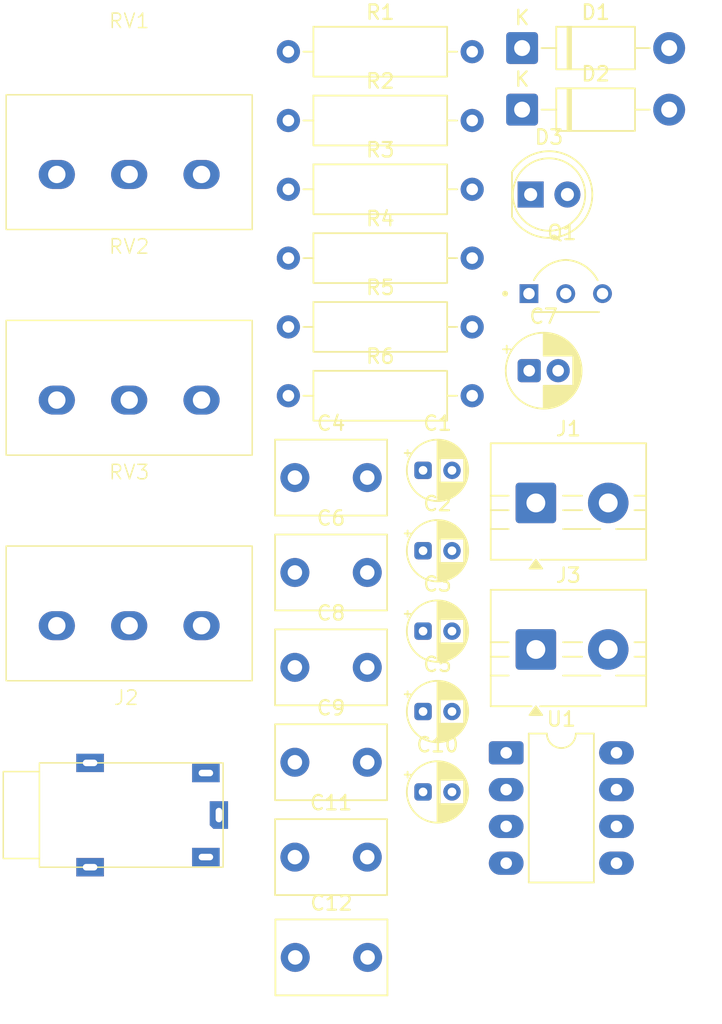
<source format=kicad_pcb>
(kicad_pcb (version 20241229) (generator "pcbnew") (generator_version "9.0")
  (layers (0 "F.Cu" signal) (2 "B.Cu" signal) (13 "F.Paste" user) (15 "B.Paste" user) (5 "F.SilkS" user "F.Silkscreen") (7 "B.SilkS" user "B.Silkscreen") (1 "F.Mask" user) (3 "B.Mask" user) (25 "Edge.Cuts" user))
  (net 0 "")
  (net 1 "Net-(C1-Pad1)")
  (net 2 "Net-(J3-Pin_1)")
  (net 3 "GND")
  (net 4 "+BATT")
  (net 5 "Net-(U1-BYPASS)")
  (net 6 "Net-(C6-Pad1)")
  (net 7 "Net-(D1-A)")
  (net 8 "Net-(C8-Pad2)")
  (net 9 "Net-(U1--)")
  (net 10 "Net-(C10-Pad1)")
  (net 11 "Net-(C10-Pad2)")
  (net 12 "Net-(C11-Pad1)")
  (net 13 "Net-(D3-A)")
  (net 14 "Net-(D3-K)")
  (net 17 "Net-(J2-Pad2)")
  (net 19 "Net-(Q1-Pad2)")
  (net 20 "Net-(R1-Pad1)")
  (net 21 "Net-(R3-Pad1)")
  (net 22 "Net-(R3-Pad2)")
  (footprint "Diode_THT:D_DO-41_SOD81_P10.16mm_Horizontal" (layer "F.Cu") (at 159.3166 65.2772)
    (property "Reference" "D2" (at 5.08 -2.47 0) (layer "F.SilkS"))
    (property "Value" "1N5819")
    (fp_text user "K" (at 0 -2.1 0) (layer "F.SilkS"))
    (pad "1" thru_hole roundrect (at 0 0) (size 2.2 2.2) (drill 1.1) (layers "*.Cu" "*.Mask") (roundrect_rratio 0.113636) (net 7 "Net-(D1-A)"))
    (pad "2" thru_hole circle (at 10.16 0) (size 2.2 2.2) (drill 1.1) (layers "*.Cu" "*.Mask") (net 3 "GND"))
  )
  (footprint "WH148-1A-2:WH148-1A-2" (layer "F.Cu") (at 132.1666 90.8022)
    (property "Reference" "RV3" (at 0 -0.5 0) (layer "F.SilkS") (effects (font (thickness 0.1))))
    (property "Value" "10 K")
    (pad "1" thru_hole oval (at -5 10.1 180) (size 2.5 2) (drill oval 1.2) (layers "*.Cu" "*.Mask") (net 22 "Net-(R3-Pad2)"))
    (pad "2" thru_hole oval (at 0 10.1 180) (size 2.5 2) (drill oval 1.2) (layers "*.Cu" "*.Mask") (net 12 "Net-(C11-Pad1)"))
    (pad "3" thru_hole oval (at 5 10.1 180) (size 2.5 2) (drill oval 1.2) (layers "*.Cu" "*.Mask"))
  )
  (footprint "Resistor_THT:R_Axial_DIN0309_L9.0mm_D3.2mm_P12.70mm_Horizontal" (layer "F.Cu") (at 143.1666 85.0272)
    (property "Reference" "R6" (at 6.35 -2.72 0) (layer "F.SilkS"))
    (property "Value" "1 K")
    (pad "1" thru_hole circle (at 0 0) (size 1.6 1.6) (drill 0.8) (layers "*.Cu" "*.Mask") (net 19 "Net-(Q1-Pad2)"))
    (pad "2" thru_hole circle (at 12.7 0) (size 1.6 1.6) (drill 0.8) (layers "*.Cu" "*.Mask") (net 3 "GND"))
  )
  (footprint "LED_THT:LED_D5.0mm" (layer "F.Cu") (at 159.9066 71.1372)
    (property "Reference" "D3" (at 1.27 -3.96 0) (layer "F.SilkS"))
    (property "Value" "Green LED")
    (pad "1" thru_hole rect (at 0 0) (size 1.8 1.8) (drill 0.9) (layers "*.Cu" "*.Mask") (net 14 "Net-(D3-K)"))
    (pad "2" thru_hole circle (at 2.54 0) (size 1.8 1.8) (drill 0.9) (layers "*.Cu" "*.Mask") (net 13 "Net-(D3-A)"))
  )
  (footprint "Diode_THT:D_DO-41_SOD81_P10.16mm_Horizontal" (layer "F.Cu") (at 159.3166 61.0272)
    (property "Reference" "D1" (at 5.08 -2.47 0) (layer "F.SilkS"))
    (property "Value" "1N5819")
    (fp_text user "K" (at 0 -2.1 0) (layer "F.SilkS"))
    (pad "1" thru_hole roundrect (at 0 0) (size 2.2 2.2) (drill 1.1) (layers "*.Cu" "*.Mask") (roundrect_rratio 0.113636) (net 3 "GND"))
    (pad "2" thru_hole circle (at 10.16 0) (size 2.2 2.2) (drill 1.1) (layers "*.Cu" "*.Mask") (net 7 "Net-(D1-A)"))
  )
  (footprint "Capacitor_THT:C_Disc_D7.5mm_W5.0mm_P5.00mm" (layer "F.Cu") (at 143.6166 90.6772)
    (property "Reference" "C4" (at 2.5 -3.75 0) (layer "F.SilkS"))
    (property "Value" "10 uF")
    (pad "1" thru_hole circle (at 0 0) (size 2 2) (drill 1) (layers "*.Cu" "*.Mask") (net 5 "Net-(U1-BYPASS)"))
    (pad "2" thru_hole circle (at 5 0) (size 2 2) (drill 1) (layers "*.Cu" "*.Mask") (net 3 "GND"))
  )
  (footprint "Capacitor_THT:CP_Radial_D4.0mm_P2.00mm" (layer "F.Cu") (at 152.471401 101.2772)
    (property "Reference" "C3" (at 1 -3.25 0) (layer "F.SilkS"))
    (property "Value" "22 uF")
    (pad "1" thru_hole roundrect (at 0 0) (size 1.2 1.2) (drill 0.6) (layers "*.Cu" "*.Mask") (roundrect_rratio 0.208333) (net 4 "+BATT"))
    (pad "2" thru_hole circle (at 2 0) (size 1.2 1.2) (drill 0.6) (layers "*.Cu" "*.Mask") (net 3 "GND"))
  )
  (footprint "Capacitor_THT:CP_Radial_D4.0mm_P2.00mm" (layer "F.Cu") (at 152.471401 90.1772)
    (property "Reference" "C1" (at 1 -3.25 0) (layer "F.SilkS"))
    (property "Value" "10 uF")
    (pad "1" thru_hole roundrect (at 0 0) (size 1.2 1.2) (drill 0.6) (layers "*.Cu" "*.Mask") (roundrect_rratio 0.208333) (net 1 "Net-(C1-Pad1)"))
    (pad "2" thru_hole circle (at 2 0) (size 1.2 1.2) (drill 0.6) (layers "*.Cu" "*.Mask") (net 2 "Net-(J3-Pin_1)"))
  )
  (footprint "Capacitor_THT:C_Disc_D7.5mm_W5.0mm_P5.00mm" (layer "F.Cu") (at 143.6166 116.8772)
    (property "Reference" "C11" (at 2.5 -3.75 0) (layer "F.SilkS"))
    (property "Value" "33 nF")
    (pad "1" thru_hole circle (at 0 0) (size 2 2) (drill 1) (layers "*.Cu" "*.Mask") (net 12 "Net-(C11-Pad1)"))
    (pad "2" thru_hole circle (at 5 0) (size 2 2) (drill 1) (layers "*.Cu" "*.Mask") (net 1 "Net-(C1-Pad1)"))
  )
  (footprint "Resistor_THT:R_Axial_DIN0309_L9.0mm_D3.2mm_P12.70mm_Horizontal" (layer "F.Cu") (at 143.1666 80.2772)
    (property "Reference" "R5" (at 6.35 -2.72 0) (layer "F.SilkS"))
    (property "Value" "10 K")
    (pad "1" thru_hole circle (at 0 0) (size 1.6 1.6) (drill 0.8) (layers "*.Cu" "*.Mask") (net 4 "+BATT"))
    (pad "2" thru_hole circle (at 12.7 0) (size 1.6 1.6) (drill 0.8) (layers "*.Cu" "*.Mask") (net 19 "Net-(Q1-Pad2)"))
  )
  (footprint "Capacitor_THT:CP_Radial_D4.0mm_P2.00mm" (layer "F.Cu") (at 152.471401 106.8272)
    (property "Reference" "C5" (at 1 -3.25 0) (layer "F.SilkS"))
    (property "Value" "10 uF")
    (pad "1" thru_hole roundrect (at 0 0) (size 1.2 1.2) (drill 0.6) (layers "*.Cu" "*.Mask") (roundrect_rratio 0.208333) (net 1 "Net-(C1-Pad1)"))
    (pad "2" thru_hole circle (at 2 0) (size 1.2 1.2) (drill 0.6) (layers "*.Cu" "*.Mask") (net 2 "Net-(J3-Pin_1)"))
  )
  (footprint "Capacitor_THT:CP_Radial_D4.0mm_P2.00mm" (layer "F.Cu") (at 152.471401 112.3772)
    (property "Reference" "C10" (at 1 -3.25 0) (layer "F.SilkS"))
    (property "Value" "10 uF")
    (pad "1" thru_hole roundrect (at 0 0) (size 1.2 1.2) (drill 0.6) (layers "*.Cu" "*.Mask") (roundrect_rratio 0.208333) (net 10 "Net-(C10-Pad1)"))
    (pad "2" thru_hole circle (at 2 0) (size 1.2 1.2) (drill 0.6) (layers "*.Cu" "*.Mask") (net 11 "Net-(C10-Pad2)"))
  )
  (footprint "Capacitor_THT:CP_Radial_D4.0mm_P2.00mm" (layer "F.Cu") (at 152.471401 95.7272)
    (property "Reference" "C2" (at 1 -3.25 0) (layer "F.SilkS"))
    (property "Value" "10 uF")
    (pad "1" thru_hole roundrect (at 0 0) (size 1.2 1.2) (drill 0.6) (layers "*.Cu" "*.Mask") (roundrect_rratio 0.208333) (net 1 "Net-(C1-Pad1)"))
    (pad "2" thru_hole circle (at 2 0) (size 1.2 1.2) (drill 0.6) (layers "*.Cu" "*.Mask") (net 2 "Net-(J3-Pin_1)"))
  )
  (footprint "WH148-1A-2:WH148-1A-2" (layer "F.Cu") (at 132.1666 59.6522)
    (property "Reference" "RV1" (at 0 -0.5 0) (layer "F.SilkS") (effects (font (thickness 0.1))))
    (property "Value" "10 K")
    (pad "1" thru_hole oval (at -5 10.1 180) (size 2.5 2) (drill oval 1.2) (layers "*.Cu" "*.Mask") (net 17 "Net-(J2-Pad2)"))
    (pad "2" thru_hole oval (at 0 10.1 180) (size 2.5 2) (drill oval 1.2) (layers "*.Cu" "*.Mask") (net 20 "Net-(R1-Pad1)"))
    (pad "3" thru_hole oval (at 5 10.1 180) (size 2.5 2) (drill oval 1.2) (layers "*.Cu" "*.Mask") (net 3 "GND"))
  )
  (footprint "Resistor_THT:R_Axial_DIN0309_L9.0mm_D3.2mm_P12.70mm_Horizontal" (layer "F.Cu") (at 143.1666 75.5272)
    (property "Reference" "R4" (at 6.35 -2.72 0) (layer "F.SilkS"))
    (property "Value" "470")
    (pad "1" thru_hole circle (at 0 0) (size 1.6 1.6) (drill 0.8) (layers "*.Cu" "*.Mask") (net 4 "+BATT"))
    (pad "2" thru_hole circle (at 12.7 0) (size 1.6 1.6) (drill 0.8) (layers "*.Cu" "*.Mask") (net 13 "Net-(D3-A)"))
  )
  (footprint "Resistor_THT:R_Axial_DIN0309_L9.0mm_D3.2mm_P12.70mm_Horizontal" (layer "F.Cu") (at 143.1666 70.7772)
    (property "Reference" "R3" (at 6.35 -2.72 0) (layer "F.SilkS"))
    (property "Value" "5.1 K")
    (pad "1" thru_hole circle (at 0 0) (size 1.6 1.6) (drill 0.8) (layers "*.Cu" "*.Mask") (net 21 "Net-(R3-Pad1)"))
    (pad "2" thru_hole circle (at 12.7 0) (size 1.6 1.6) (drill 0.8) (layers "*.Cu" "*.Mask") (net 22 "Net-(R3-Pad2)"))
  )
  (footprint "TerminalBlock:TerminalBlock_MaiXu_MX126-5.0-02P_1x02_P5.00mm" (layer "F.Cu") (at 160.2666 92.4272)
    (property "Reference" "J1" (at 2.25 -5.12 0) (layer "F.SilkS"))
    (property "Value" "Screw_Terminal_01x02")
    (pad "1" thru_hole roundrect (at 0 0) (size 2.8 2.8) (drill 1.3) (layers "*.Cu" "*.Mask") (roundrect_rratio 0.089286) (net 4 "+BATT"))
    (pad "2" thru_hole circle (at 5 0) (size 2.8 2.8) (drill 1.3) (layers "*.Cu" "*.Mask") (net 3 "GND"))
  )
  (footprint "Capacitor_THT:C_Disc_D7.5mm_W5.0mm_P5.00mm" (layer "F.Cu") (at 143.6166 97.2272)
    (property "Reference" "C6" (at 2.5 -3.75 0) (layer "F.SilkS"))
    (property "Value" "0.1 uF")
    (pad "1" thru_hole circle (at 0 0) (size 2 2) (drill 1) (layers "*.Cu" "*.Mask") (net 6 "Net-(C6-Pad1)"))
    (pad "2" thru_hole circle (at 5 0) (size 2 2) (drill 1) (layers "*.Cu" "*.Mask") (net 7 "Net-(D1-A)"))
  )
  (footprint "Capacitor_THT:CP_Radial_D5.0mm_P2.00mm" (layer "F.Cu") (at 159.806375 83.2972)
    (property "Reference" "C7" (at 1 -3.75 0) (layer "F.SilkS"))
    (property "Value" "220 uF")
    (pad "1" thru_hole roundrect (at 0 0) (size 1.6 1.6) (drill 0.8) (layers "*.Cu" "*.Mask") (roundrect_rratio 0.15625) (net 1 "Net-(C1-Pad1)"))
    (pad "2" thru_hole circle (at 2 0) (size 1.6 1.6) (drill 0.8) (layers "*.Cu" "*.Mask") (net 2 "Net-(J3-Pin_1)"))
  )
  (footprint "2N2222A:TO92254P470H750-3" (layer "F.Cu") (at 162.3306 75.6492)
    (property "Reference" "Q1" (at -0.264 -1.887 0) (layer "F.SilkS"))
    (property "Value" "2N2222A")
    (pad "1" thru_hole rect (at -2.54 2.33) (size 1.298 1.298) (drill 0.79) (layers "*.Cu" "*.Mask") (net 3 "GND"))
    (pad "2" thru_hole circle (at 0 2.33) (size 1.298 1.298) (drill 0.79) (layers "*.Cu" "*.Mask") (net 19 "Net-(Q1-Pad2)"))
    (pad "3" thru_hole circle (at 2.54 2.33) (size 1.298 1.298) (drill 0.79) (layers "*.Cu" "*.Mask") (net 14 "Net-(D3-K)"))
  )
  (footprint "Package_DIP:DIP-8_W7.62mm_LongPads" (layer "F.Cu") (at 158.2166 109.6772)
    (property "Reference" "U1" (at 3.81 -2.33 0) (layer "F.SilkS"))
    (property "Value" "LM386N-1")
    (pad "1" thru_hole roundrect (at 0 0) (size 2.4 1.6) (drill 0.8) (layers "*.Cu" "*.Mask") (roundrect_rratio 0.15625) (net 21 "Net-(R3-Pad1)"))
    (pad "2" thru_hole oval (at 0 2.54) (size 2.4 1.6) (drill 0.8) (layers "*.Cu" "*.Mask") (net 9 "Net-(U1--)"))
    (pad "3" thru_hole oval (at 0 5.08) (size 2.4 1.6) (drill 0.8) (layers "*.Cu" "*.Mask") (net 7 "Net-(D1-A)"))
    (pad "4" thru_hole oval (at 0 7.62) (size 2.4 1.6) (drill 0.8) (layers "*.Cu" "*.Mask") (net 3 "GND"))
    (pad "5" thru_hole oval (at 7.62 7.62) (size 2.4 1.6) (drill 0.8) (layers "*.Cu" "*.Mask") (net 1 "Net-(C1-Pad1)"))
    (pad "6" thru_hole oval (at 7.62 5.08) (size 2.4 1.6) (drill 0.8) (layers "*.Cu" "*.Mask") (net 4 "+BATT"))
    (pad "7" thru_hole oval (at 7.62 2.54) (size 2.4 1.6) (drill 0.8) (layers "*.Cu" "*.Mask") (net 5 "Net-(U1-BYPASS)"))
    (pad "8" thru_hole oval (at 7.62 0) (size 2.4 1.6) (drill 0.8) (layers "*.Cu" "*.Mask") (net 11 "Net-(C10-Pad2)"))
  )
  (footprint "WH148-1A-2:WH148-1A-2" (layer "F.Cu") (at 132.1666 75.2272)
    (property "Reference" "RV2" (at 0 -0.5 0) (layer "F.SilkS") (effects (font (thickness 0.1))))
    (property "Value" "2 K")
    (pad "1" thru_hole oval (at -5 10.1 180) (size 2.5 2) (drill oval 1.2) (layers "*.Cu" "*.Mask"))
    (pad "2" thru_hole oval (at 0 10.1 180) (size 2.5 2) (drill oval 1.2) (layers "*.Cu" "*.Mask") (net 21 "Net-(R3-Pad1)"))
    (pad "3" thru_hole oval (at 5 10.1 180) (size 2.5 2) (drill oval 1.2) (layers "*.Cu" "*.Mask") (net 10 "Net-(C10-Pad1)"))
  )
  (footprint "Capacitor_THT:C_Disc_D7.5mm_W5.0mm_P5.00mm" (layer "F.Cu") (at 143.6166 103.7772)
    (property "Reference" "C8" (at 2.5 -3.75 0) (layer "F.SilkS"))
    (property "Value" "0.068 uF")
    (pad "1" thru_hole circle (at 0 0) (size 2 2) (drill 1) (layers "*.Cu" "*.Mask") (net 1 "Net-(C1-Pad1)"))
    (pad "2" thru_hole circle (at 5 0) (size 2 2) (drill 1) (layers "*.Cu" "*.Mask") (net 8 "Net-(C8-Pad2)"))
  )
  (footprint "Capacitor_THT:C_Disc_D7.5mm_W5.0mm_P5.00mm" (layer "F.Cu") (at 143.6166 110.3272)
    (property "Reference" "C9" (at 2.5 -3.75 0) (layer "F.SilkS"))
    (property "Value" "0.1 uF")
    (pad "1" thru_hole circle (at 0 0) (size 2 2) (drill 1) (layers "*.Cu" "*.Mask") (net 9 "Net-(U1--)"))
    (pad "2" thru_hole circle (at 5 0) (size 2 2) (drill 1) (layers "*.Cu" "*.Mask") (net 3 "GND"))
  )
  (footprint "Resistor_THT:R_Axial_DIN0309_L9.0mm_D3.2mm_P12.70mm_Horizontal" (layer "F.Cu") (at 143.1666 66.0272)
    (property "Reference" "R2" (at 6.35 -2.72 0) (layer "F.SilkS"))
    (property "Value" "7.5")
    (pad "1" thru_hole circle (at 0 0) (size 1.6 1.6) (drill 0.8) (layers "*.Cu" "*.Mask") (net 8 "Net-(C8-Pad2)"))
    (pad "2" thru_hole circle (at 12.7 0) (size 1.6 1.6) (drill 0.8) (layers "*.Cu" "*.Mask") (net 3 "GND"))
  )
  (footprint "Resistor_THT:R_Axial_DIN0309_L9.0mm_D3.2mm_P12.70mm_Horizontal" (layer "F.Cu") (at 143.1666 61.2772)
    (property "Reference" "R1" (at 6.35 -2.72 0) (layer "F.SilkS"))
    (property "Value" "10 K")
    (pad "1" thru_hole circle (at 0 0) (size 1.6 1.6) (drill 0.8) (layers "*.Cu" "*.Mask") (net 20 "Net-(R1-Pad1)"))
    (pad "2" thru_hole circle (at 12.7 0) (size 1.6 1.6) (drill 0.8) (layers "*.Cu" "*.Mask") (net 6 "Net-(C6-Pad1)"))
  )
  (footprint "Capacitor_THT:C_Disc_D7.5mm_W5.0mm_P5.00mm" (layer "F.Cu") (at 143.6408 123.7996)
    (property "Reference" "C12" (at 2.5 -3.75 0) (layer "F.SilkS"))
    (property "Value" "0.1 uF")
    (pad "1" thru_hole circle (at 0 0) (size 2 2) (drill 1) (layers "*.Cu" "*.Mask") (net 3 "GND"))
    (pad "2" thru_hole circle (at 5 0) (size 2 2) (drill 1) (layers "*.Cu" "*.Mask") (net 4 "+BATT"))
  )
  (footprint "PJ-322:PJ-322" (layer "F.Cu") (at 131.9666 106.3722)
    (property "Reference" "J2" (at 0 -0.5 0) (layer "F.SilkS") (effects (font (thickness 0.1))))
    (property "Value" "PJ-322")
    (pad "1" thru_hole roundrect (at 6.4 7.6 90) (size 1.905 1.27) (drill oval 1 0.45) (layers "*.Cu" "*.Mask") (roundrect_rratio 0) (chamfer_ratio 0.2) (chamfer top_left))
    (pad "2" thru_hole rect (at 5.5 4.7) (size 1.905 1.27) (drill oval 1 0.45) (layers "*.Cu" "*.Mask") (net 17 "Net-(J2-Pad2)"))
    (pad "3" thru_hole rect (at -2.5 4) (size 1.905 1.27) (drill oval 1 0.45) (layers "*.Cu" "*.Mask"))
    (pad "3" thru_hole rect (at -2.5 11.2) (size 1.905 1.27) (drill oval 1 0.45) (layers "*.Cu" "*.Mask"))
    (pad "4" thru_hole rect (at 5.5 10.5) (size 1.905 1.27) (drill oval 1 0.45) (layers "*.Cu" "*.Mask") (net 3 "GND"))
  )
  (footprint "TerminalBlock:TerminalBlock_MaiXu_MX126-5.0-02P_1x02_P5.00mm" (layer "F.Cu") (at 160.2666 102.5422)
    (property "Reference" "J3" (at 2.25 -5.12 0) (layer "F.SilkS"))
    (property "Value" "Screw_Terminal_01x02")
    (pad "1" thru_hole roundrect (at 0 0) (size 2.8 2.8) (drill 1.3) (layers "*.Cu" "*.Mask") (roundrect_rratio 0.089286) (net 2 "Net-(J3-Pin_1)"))
    (pad "2" thru_hole circle (at 5 0) (size 2.8 2.8) (drill 1.3) (layers "*.Cu" "*.Mask") (net 3 "GND"))
  )
)
</source>
